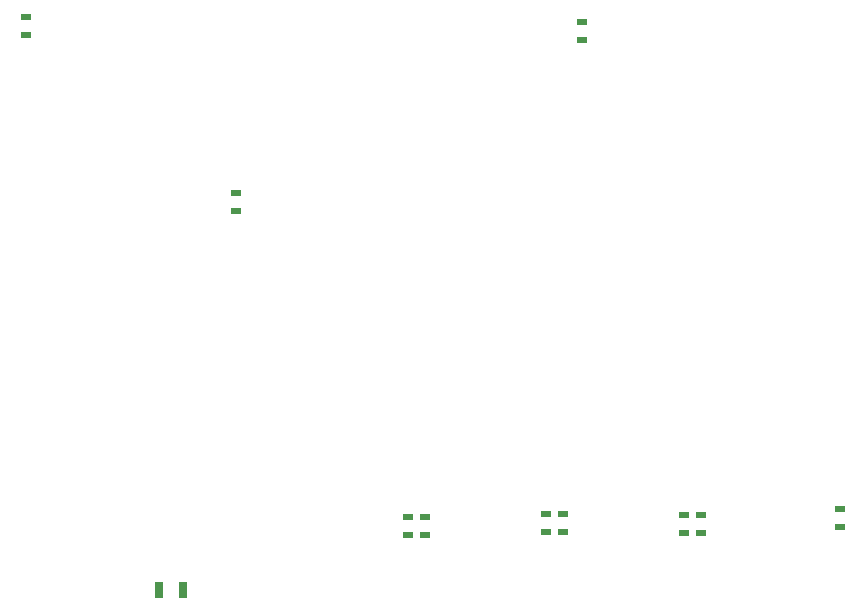
<source format=gbp>
%FSAX24Y24*%
%MOIN*%
G70*
G01*
G75*
G04 Layer_Color=128*
%ADD10R,0.0350X0.0200*%
%ADD11R,0.0200X0.0350*%
%ADD12R,0.0300X0.0550*%
%ADD13R,0.0550X0.0300*%
%ADD14R,0.0600X0.0600*%
%ADD15R,0.0600X0.0600*%
%ADD16R,0.1000X0.0600*%
%ADD17R,0.0240X0.0760*%
%ADD18R,0.1181X0.0787*%
%ADD19O,0.0500X0.0984*%
%ADD20O,0.0118X0.0689*%
%ADD21O,0.0689X0.0118*%
%ADD22R,0.0650X0.0400*%
%ADD23C,0.0600*%
G04:AMPARAMS|DCode=24|XSize=59.1mil|YSize=118.1mil|CornerRadius=5.9mil|HoleSize=0mil|Usage=FLASHONLY|Rotation=180.000|XOffset=0mil|YOffset=0mil|HoleType=Round|Shape=RoundedRectangle|*
%AMROUNDEDRECTD24*
21,1,0.0591,0.1063,0,0,180.0*
21,1,0.0472,0.1181,0,0,180.0*
1,1,0.0118,-0.0236,0.0532*
1,1,0.0118,0.0236,0.0532*
1,1,0.0118,0.0236,-0.0532*
1,1,0.0118,-0.0236,-0.0532*
%
%ADD24ROUNDEDRECTD24*%
G04:AMPARAMS|DCode=25|XSize=100mil|YSize=50mil|CornerRadius=5mil|HoleSize=0mil|Usage=FLASHONLY|Rotation=180.000|XOffset=0mil|YOffset=0mil|HoleType=Round|Shape=RoundedRectangle|*
%AMROUNDEDRECTD25*
21,1,0.1000,0.0400,0,0,180.0*
21,1,0.0900,0.0500,0,0,180.0*
1,1,0.0100,-0.0450,0.0200*
1,1,0.0100,0.0450,0.0200*
1,1,0.0100,0.0450,-0.0200*
1,1,0.0100,-0.0450,-0.0200*
%
%ADD25ROUNDEDRECTD25*%
%ADD26R,0.2008X0.2000*%
%ADD27R,0.0315X0.0984*%
G04:AMPARAMS|DCode=28|XSize=275.6mil|YSize=137.8mil|CornerRadius=13.8mil|HoleSize=0mil|Usage=FLASHONLY|Rotation=180.000|XOffset=0mil|YOffset=0mil|HoleType=Round|Shape=RoundedRectangle|*
%AMROUNDEDRECTD28*
21,1,0.2756,0.1102,0,0,180.0*
21,1,0.2480,0.1378,0,0,180.0*
1,1,0.0276,-0.1240,0.0551*
1,1,0.0276,0.1240,0.0551*
1,1,0.0276,0.1240,-0.0551*
1,1,0.0276,-0.1240,-0.0551*
%
%ADD28ROUNDEDRECTD28*%
%ADD29R,0.0850X0.0421*%
G04:AMPARAMS|DCode=30|XSize=417.3mil|YSize=236.2mil|CornerRadius=23.6mil|HoleSize=0mil|Usage=FLASHONLY|Rotation=90.000|XOffset=0mil|YOffset=0mil|HoleType=Round|Shape=RoundedRectangle|*
%AMROUNDEDRECTD30*
21,1,0.4173,0.1890,0,0,90.0*
21,1,0.3701,0.2362,0,0,90.0*
1,1,0.0472,0.0945,0.1850*
1,1,0.0472,0.0945,-0.1850*
1,1,0.0472,-0.0945,-0.1850*
1,1,0.0472,-0.0945,0.1850*
%
%ADD30ROUNDEDRECTD30*%
%ADD31C,0.0100*%
%ADD32C,0.0200*%
%ADD33C,0.0080*%
%ADD34C,0.0250*%
%ADD35R,0.2350X0.4000*%
%ADD36R,0.5200X0.0300*%
%ADD37R,0.2200X0.3700*%
%ADD38R,0.3100X0.0700*%
%ADD39C,0.0591*%
%ADD40R,0.0591X0.0591*%
%ADD41P,0.0649X8X112.5*%
%ADD42R,0.0591X0.0591*%
%ADD43P,0.0649X8X22.5*%
%ADD44R,0.0591X0.1575*%
%ADD45C,0.0787*%
G04:AMPARAMS|DCode=46|XSize=78.7mil|YSize=78.7mil|CornerRadius=19.7mil|HoleSize=0mil|Usage=FLASHONLY|Rotation=0.000|XOffset=0mil|YOffset=0mil|HoleType=Round|Shape=RoundedRectangle|*
%AMROUNDEDRECTD46*
21,1,0.0787,0.0394,0,0,0.0*
21,1,0.0394,0.0787,0,0,0.0*
1,1,0.0394,0.0197,-0.0197*
1,1,0.0394,-0.0197,-0.0197*
1,1,0.0394,-0.0197,0.0197*
1,1,0.0394,0.0197,0.0197*
%
%ADD46ROUNDEDRECTD46*%
%ADD47C,0.1969*%
%ADD48R,0.0610X0.0610*%
%ADD49C,0.0610*%
%ADD50R,0.1969X0.0591*%
%ADD51C,0.0984*%
G04:AMPARAMS|DCode=52|XSize=98.4mil|YSize=98.4mil|CornerRadius=9.8mil|HoleSize=0mil|Usage=FLASHONLY|Rotation=90.000|XOffset=0mil|YOffset=0mil|HoleType=Round|Shape=RoundedRectangle|*
%AMROUNDEDRECTD52*
21,1,0.0984,0.0787,0,0,90.0*
21,1,0.0787,0.0984,0,0,90.0*
1,1,0.0197,0.0394,0.0394*
1,1,0.0197,0.0394,-0.0394*
1,1,0.0197,-0.0394,-0.0394*
1,1,0.0197,-0.0394,0.0394*
%
%ADD52ROUNDEDRECTD52*%
%ADD53C,0.0360*%
%ADD54C,0.0400*%
%ADD55R,0.2650X0.2650*%
%ADD56C,0.0060*%
%ADD57C,0.0098*%
%ADD58C,0.0070*%
%ADD59C,0.0079*%
%ADD60R,0.0200X0.1000*%
%ADD61R,0.1050X1.2063*%
%ADD62R,0.1000X0.0200*%
%ADD63R,0.7650X0.1650*%
%ADD64R,0.0197X0.0101*%
%ADD65R,0.6600X0.0656*%
%ADD66R,0.0430X0.0280*%
%ADD67R,0.0280X0.0430*%
%ADD68R,0.0380X0.0630*%
%ADD69R,0.0630X0.0380*%
%ADD70R,0.0680X0.0680*%
%ADD71R,0.0680X0.0680*%
%ADD72R,0.1080X0.0680*%
%ADD73R,0.0320X0.0840*%
%ADD74R,0.1261X0.0867*%
%ADD75O,0.0580X0.1064*%
%ADD76O,0.0198X0.0769*%
%ADD77O,0.0769X0.0198*%
%ADD78R,0.0730X0.0480*%
%ADD79C,0.0680*%
G04:AMPARAMS|DCode=80|XSize=67.1mil|YSize=126.1mil|CornerRadius=9.9mil|HoleSize=0mil|Usage=FLASHONLY|Rotation=180.000|XOffset=0mil|YOffset=0mil|HoleType=Round|Shape=RoundedRectangle|*
%AMROUNDEDRECTD80*
21,1,0.0671,0.1063,0,0,180.0*
21,1,0.0472,0.1261,0,0,180.0*
1,1,0.0198,-0.0236,0.0532*
1,1,0.0198,0.0236,0.0532*
1,1,0.0198,0.0236,-0.0532*
1,1,0.0198,-0.0236,-0.0532*
%
%ADD80ROUNDEDRECTD80*%
G04:AMPARAMS|DCode=81|XSize=108mil|YSize=58mil|CornerRadius=9mil|HoleSize=0mil|Usage=FLASHONLY|Rotation=180.000|XOffset=0mil|YOffset=0mil|HoleType=Round|Shape=RoundedRectangle|*
%AMROUNDEDRECTD81*
21,1,0.1080,0.0400,0,0,180.0*
21,1,0.0900,0.0580,0,0,180.0*
1,1,0.0180,-0.0450,0.0200*
1,1,0.0180,0.0450,0.0200*
1,1,0.0180,0.0450,-0.0200*
1,1,0.0180,-0.0450,-0.0200*
%
%ADD81ROUNDEDRECTD81*%
%ADD82R,0.2088X0.2080*%
%ADD83R,0.0395X0.1064*%
G04:AMPARAMS|DCode=84|XSize=283.6mil|YSize=145.8mil|CornerRadius=17.8mil|HoleSize=0mil|Usage=FLASHONLY|Rotation=180.000|XOffset=0mil|YOffset=0mil|HoleType=Round|Shape=RoundedRectangle|*
%AMROUNDEDRECTD84*
21,1,0.2836,0.1102,0,0,180.0*
21,1,0.2480,0.1458,0,0,180.0*
1,1,0.0356,-0.1240,0.0551*
1,1,0.0356,0.1240,0.0551*
1,1,0.0356,0.1240,-0.0551*
1,1,0.0356,-0.1240,-0.0551*
%
%ADD84ROUNDEDRECTD84*%
%ADD85R,0.0930X0.0501*%
G04:AMPARAMS|DCode=86|XSize=425.3mil|YSize=244.2mil|CornerRadius=27.6mil|HoleSize=0mil|Usage=FLASHONLY|Rotation=90.000|XOffset=0mil|YOffset=0mil|HoleType=Round|Shape=RoundedRectangle|*
%AMROUNDEDRECTD86*
21,1,0.4253,0.1890,0,0,90.0*
21,1,0.3701,0.2442,0,0,90.0*
1,1,0.0552,0.0945,0.1850*
1,1,0.0552,0.0945,-0.1850*
1,1,0.0552,-0.0945,-0.1850*
1,1,0.0552,-0.0945,0.1850*
%
%ADD86ROUNDEDRECTD86*%
%ADD87C,0.0671*%
%ADD88R,0.0671X0.0671*%
%ADD89P,0.0736X8X112.5*%
%ADD90R,0.0671X0.0671*%
%ADD91P,0.0736X8X22.5*%
%ADD92R,0.0671X0.1655*%
%ADD93C,0.0867*%
G04:AMPARAMS|DCode=94|XSize=86.7mil|YSize=86.7mil|CornerRadius=23.7mil|HoleSize=0mil|Usage=FLASHONLY|Rotation=0.000|XOffset=0mil|YOffset=0mil|HoleType=Round|Shape=RoundedRectangle|*
%AMROUNDEDRECTD94*
21,1,0.0867,0.0394,0,0,0.0*
21,1,0.0394,0.0867,0,0,0.0*
1,1,0.0474,0.0197,-0.0197*
1,1,0.0474,-0.0197,-0.0197*
1,1,0.0474,-0.0197,0.0197*
1,1,0.0474,0.0197,0.0197*
%
%ADD94ROUNDEDRECTD94*%
%ADD95C,0.2049*%
%ADD96R,0.0690X0.0690*%
%ADD97C,0.0690*%
%ADD98R,0.2049X0.0671*%
%ADD99C,0.1064*%
G04:AMPARAMS|DCode=100|XSize=106.4mil|YSize=106.4mil|CornerRadius=13.8mil|HoleSize=0mil|Usage=FLASHONLY|Rotation=90.000|XOffset=0mil|YOffset=0mil|HoleType=Round|Shape=RoundedRectangle|*
%AMROUNDEDRECTD100*
21,1,0.1064,0.0787,0,0,90.0*
21,1,0.0787,0.1064,0,0,90.0*
1,1,0.0277,0.0394,0.0394*
1,1,0.0277,0.0394,-0.0394*
1,1,0.0277,-0.0394,-0.0394*
1,1,0.0277,-0.0394,0.0394*
%
%ADD100ROUNDEDRECTD100*%
%ADD101C,0.0440*%
%ADD102C,0.0480*%
D10*
X101100Y091261D02*
D03*
Y090661D02*
D03*
X104500Y074211D02*
D03*
Y074811D02*
D03*
X109700Y074411D02*
D03*
Y075011D02*
D03*
X099900Y074261D02*
D03*
Y074861D02*
D03*
X095300Y074161D02*
D03*
Y074761D02*
D03*
X100450Y074261D02*
D03*
Y074861D02*
D03*
X095850Y074161D02*
D03*
Y074761D02*
D03*
X105050Y074211D02*
D03*
Y074811D02*
D03*
X082550Y090811D02*
D03*
Y091411D02*
D03*
X089550Y085561D02*
D03*
Y084961D02*
D03*
D12*
X087000Y072311D02*
D03*
X087800D02*
D03*
M02*

</source>
